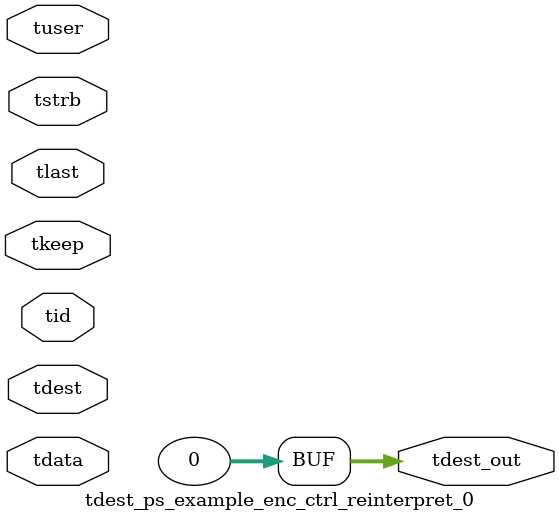
<source format=v>


`timescale 1ps/1ps

module tdest_ps_example_enc_ctrl_reinterpret_0 #
(
parameter C_S_AXIS_TDATA_WIDTH = 32,
parameter C_S_AXIS_TUSER_WIDTH = 0,
parameter C_S_AXIS_TID_WIDTH   = 0,
parameter C_S_AXIS_TDEST_WIDTH = 0,
parameter C_M_AXIS_TDEST_WIDTH = 32
)
(
input  [(C_S_AXIS_TDATA_WIDTH == 0 ? 1 : C_S_AXIS_TDATA_WIDTH)-1:0     ] tdata,
input  [(C_S_AXIS_TUSER_WIDTH == 0 ? 1 : C_S_AXIS_TUSER_WIDTH)-1:0     ] tuser,
input  [(C_S_AXIS_TID_WIDTH   == 0 ? 1 : C_S_AXIS_TID_WIDTH)-1:0       ] tid,
input  [(C_S_AXIS_TDEST_WIDTH == 0 ? 1 : C_S_AXIS_TDEST_WIDTH)-1:0     ] tdest,
input  [(C_S_AXIS_TDATA_WIDTH/8)-1:0 ] tkeep,
input  [(C_S_AXIS_TDATA_WIDTH/8)-1:0 ] tstrb,
input                                                                    tlast,
output [C_M_AXIS_TDEST_WIDTH-1:0] tdest_out
);

assign tdest_out = {1'b0};

endmodule


</source>
